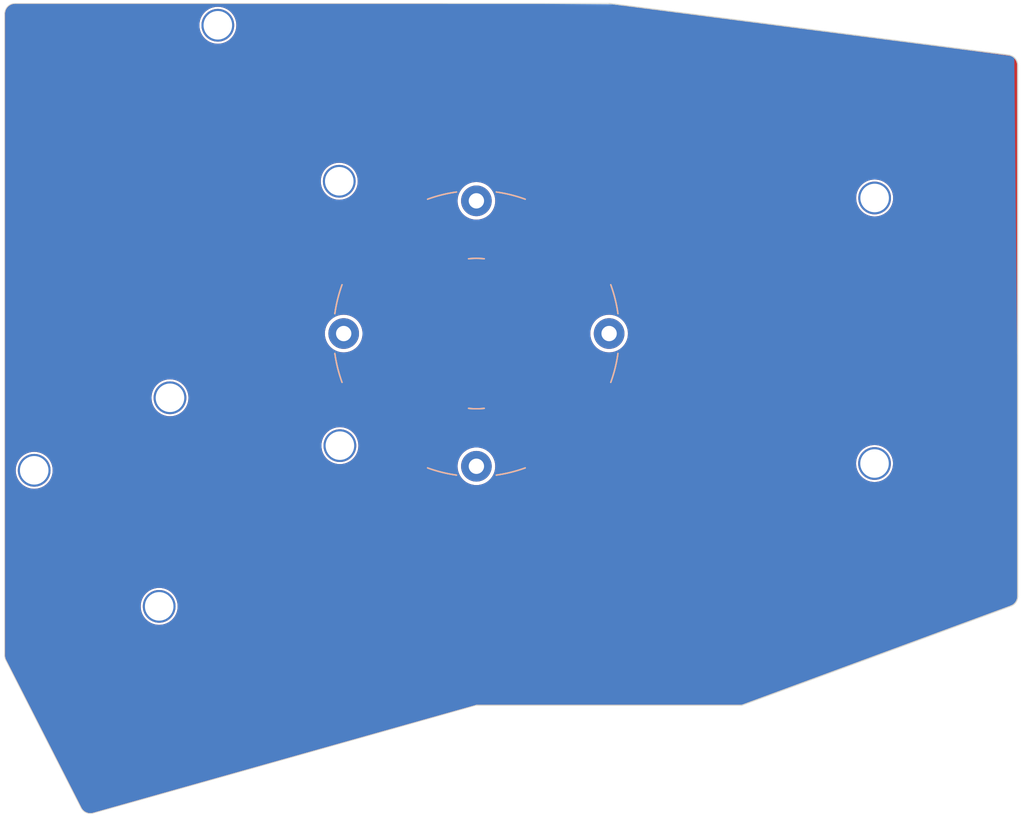
<source format=kicad_pcb>
(kicad_pcb (version 20221018) (generator pcbnew)
  (layers (0 "F.Cu" signal) (31 "B.Cu" signal) (34 "B.Paste" user) (35 "F.Paste" user) (36 "B.SilkS" user "B.Silkscreen") (37 "F.SilkS" user "F.Silkscreen") (38 "B.Mask" user) (39 "F.Mask" user) (44 "Edge.Cuts" user))
  (net 0 "")
  (net 1 "VCC")
  (net 2 "GND")
  (footprint "Sofle_Pico:Hole from sofle for M2 posts gold rimmer" (layer "F.Cu") (at 206.29 61.91)
    (fp_text reference "TH4")
    (fp_text value "HOLE" hide)
    (pad "" thru_hole circle locked (at 0 0 90) (size 4.7 4.7) (drill 4.1) (layers "*.Cu" "*.Mask" "Dwgs.User") (clearance 0.3))
  )
  (footprint "Sofle_Pico:Hole from sofle for M2 posts gold rimmer" (layer "F.Cu") (at 206.275 100.025)
    (fp_text reference "TH6")
    (fp_text value "HOLE" hide)
    (pad "" thru_hole circle locked (at 0 0 90) (size 4.7 4.7) (drill 4.1) (layers "*.Cu" "*.Mask" "Dwgs.User") (clearance 0.3))
  )
  (footprint "Sofle_Pico:Hole from sofle for M2 posts gold rimmer" (layer "F.Cu") (at 129.44 59.51)
    (fp_text reference "TH3")
    (fp_text value "HOLE" hide)
    (pad "" thru_hole circle locked (at 0 0 90) (size 4.7 4.7) (drill 4.1) (layers "*.Cu" "*.Mask" "Dwgs.User") (clearance 0.3))
  )
  (footprint "Sofle_Pico:Hole from sofle for M2 posts gold rimmer" (layer "F.Cu") (at 129.53 97.46)
    (fp_text reference "TH5")
    (fp_text value "HOLE" hide)
    (pad "" thru_hole circle locked (at 0 0 90) (size 4.7 4.7) (drill 4.1) (layers "*.Cu" "*.Mask" "Dwgs.User") (clearance 0.3))
  )
  (footprint "sofle_v3b:Tenting_Puck.kicad_mod_nocenter_v2" (layer "F.Cu") (at 149.125 81.37)
    (fp_text reference "REF**")
    (fp_text value "Tenting Puck")
    (fp_arc (start -20.32 -2.8575) (mid -19.91151 -4.959784) (end -19.286136 -7.008044) (stroke (width 0.2)) (layer "B.SilkS"))
    (fp_arc (start -19.286135 7.008046) (mid -19.91151 4.959785) (end -20.32 2.8575) (stroke (width 0.2)) (layer "B.SilkS"))
    (fp_arc (start -7.008046 -19.286135) (mid -4.959785 -19.91151) (end -2.8575 -20.32) (stroke (width 0.2)) (layer "B.SilkS"))
    (fp_arc (start -2.8575 20.32) (mid -4.959785 19.91151) (end -7.008045 19.286135) (stroke (width 0.2)) (layer "B.SilkS"))
    (fp_arc (start -1.128385 -10.735864) (mid -0.564967 -10.780206) (end 0 -10.795) (stroke (width 0.2)) (layer "B.SilkS"))
    (fp_arc (start 0 -10.795) (mid 0.564967 -10.780206) (end 1.128385 -10.735864) (stroke (width 0.2)) (layer "B.SilkS"))
    (fp_arc (start 0 10.795) (mid -0.564967 10.780206) (end -1.128385 10.735864) (stroke (width 0.2)) (layer "B.SilkS"))
    (fp_arc (start 1.128385 10.735864) (mid 0.564967 10.780206) (end 0 10.795) (stroke (width 0.2)) (layer "B.SilkS"))
    (fp_arc (start 2.8575 -20.32) (mid 4.959787 -19.91151) (end 7.008049 -19.286134) (stroke (width 0.2)) (layer "B.SilkS"))
    (fp_arc (start 7.008045 19.286135) (mid 4.959785 19.91151) (end 2.8575 20.32) (stroke (width 0.2)) (layer "B.SilkS"))
    (fp_arc (start 19.286134 -7.008048) (mid 19.91151 -4.959786) (end 20.32 -2.8575) (stroke (width 0.2)) (layer "B.SilkS"))
    (fp_arc (start 20.32 2.8575) (mid 19.91151 4.959786) (end 19.286134 7.008048) (stroke (width 0.2)) (layer "B.SilkS"))
    (fp_arc (start -20.32 -2.8575) (mid -19.91151 -4.959786) (end -19.286134 -7.008048) (stroke (width 0.2)) (layer "F.SilkS"))
    (fp_arc (start -19.286134 7.008047) (mid -19.91151 4.959786) (end -20.32 2.8575) (stroke (width 0.2)) (layer "F.SilkS"))
    (fp_arc (start -7.008048 -19.286134) (mid -4.959786 -19.91151) (end -2.8575 -20.32) (stroke (width 0.2)) (layer "F.SilkS"))
    (fp_arc (start -2.8575 20.32) (mid -4.959785 19.91151) (end -7.008046 19.286135) (stroke (width 0.2)) (layer "F.SilkS"))
    (fp_arc (start -1.128385 -10.735864) (mid -0.564967 -10.780206) (end 0 -10.795) (stroke (width 0.2)) (layer "F.SilkS"))
    (fp_arc (start 0 -10.795) (mid 0.564967 -10.780206) (end 1.128385 -10.735864) (stroke (width 0.2)) (layer "F.SilkS"))
    (fp_arc (start 0 10.795) (mid -0.564967 10.780206) (end -1.128385 10.735864) (stroke (width 0.2)) (layer "F.SilkS"))
    (fp_arc (start 1.128385 10.735864) (mid 0.564967 10.780206) (end 0 10.795) (stroke (width 0.2)) (layer "F.SilkS"))
    (fp_arc (start 2.8575 -20.32) (mid 4.959786 -19.91151) (end 7.008047 -19.286134) (stroke (width 0.2)) (layer "F.SilkS"))
    (fp_arc (start 7.008047 19.286134) (mid 4.959786 19.91151) (end 2.8575 20.32) (stroke (width 0.2)) (layer "F.SilkS"))
    (fp_arc (start 19.286135 -7.008045) (mid 19.91151 -4.959785) (end 20.32 -2.8575) (stroke (width 0.2)) (layer "F.SilkS"))
    (fp_arc (start 20.32 2.8575) (mid 19.91151 4.959785) (end 19.286135 7.008046) (stroke (width 0.2)) (layer "F.SilkS"))
    (pad "1" thru_hole circle locked (at -19.05 0) (size 4.4 4.4) (drill 2.2) (layers "*.Cu" "*.Mask") (clearance 0.5))
    (pad "1" thru_hole circle locked (at 0 -19.05) (size 4.4 4.4) (drill 2.2) (layers "*.Cu" "*.Mask") (clearance 0.5))
    (pad "1" thru_hole circle locked (at 0 19.05) (size 4.4 4.4) (drill 2.2) (layers "*.Cu" "*.Mask") (clearance 0.5))
    (pad "1" thru_hole circle locked (at 19.05 0) (size 4.4 4.4) (drill 2.2) (layers "*.Cu" "*.Mask") (clearance 0.5))
  )
  (footprint "Sofle_Pico:Hole from sofle for M2 posts gold rimmer" (layer "F.Cu") (at 103.59 120.53)
    (fp_text reference "TH8")
    (fp_text value "HOLE" hide)
    (pad "" thru_hole circle locked (at 0 0 90) (size 4.7 4.7) (drill 4.1) (layers "*.Cu" "*.Mask" "Dwgs.User") (clearance 0.3))
  )
  (footprint "Sofle_Pico:Hole from sofle for M2 posts gold rimmer wide-keyplate-hole" (layer "F.Cu") (at 112.01 37.117432)
    (fp_text reference "TH7")
    (fp_text value "HOLE" hide)
    (pad "" thru_hole circle locked (at 0 0 90) (size 4.7 4.7) (drill 4.1) (layers "*.Cu" "*.Mask" "Dwgs.User") (clearance 0.3))
  )
  (footprint "Sofle_Pico:Hole from sofle for M2 posts gold rimmer wide-keyplate-hole" (layer "F.Cu") (at 105.14 90.59)
    (fp_text reference "TH2")
    (fp_text value "HOLE" hide)
    (pad "" thru_hole circle locked (at 0 0 90) (size 4.7 4.7) (drill 4.1) (layers "*.Cu" "*.Mask" "Dwgs.User") (clearance 0.3))
  )
  (footprint "Sofle_Pico:Hole from sofle for M2 posts gold rimmer wide-keyplate-hole" (layer "F.Cu") (at 85.649033 101)
    (fp_text reference "TH1")
    (fp_text value "HOLE" hide)
    (pad "" thru_hole circle locked (at 0 0 90) (size 4.7 4.7) (drill 4.1) (layers "*.Cu" "*.Mask" "Dwgs.User") (clearance 0.3))
  )
  (gr_arc locked (start 94.110118 150.22043) (mid 93.107754 150.145541) (end 92.377724 149.454601) (stroke (width 0.1)) (layer "Edge.Cuts"))
  (gr_line locked (start 226.824843 42.874865) (end 226.824843 119.074865) (stroke (width 0.15)) (layer "Edge.Cuts"))
  (gr_line locked (start 94.110118 150.22043) (end 149.124843 134.724865) (stroke (width 0.1)) (layer "Edge.Cuts"))
  (gr_line locked (start 81.403244 35.475249) (end 81.403244 127.53) (stroke (width 0.1)) (layer "Edge.Cuts"))
  (gr_arc locked (start 81.403244 35.475249) (mid 81.842712 34.414333) (end 82.903628 33.974865) (stroke (width 0.1)) (layer "Edge.Cuts"))
  (gr_arc locked (start 225.488686 41.373864) (mid 226.44242 41.870098) (end 226.824843 42.874865) (stroke (width 0.15)) (layer "Edge.Cuts"))
  (gr_line locked (start 187.224843 134.724865) (end 225.919106 120.452127) (stroke (width 0.15)) (layer "Edge.Cuts"))
  (gr_line locked (start 149.124843 134.724865) (end 187.224843 134.724865) (stroke (width 0.15)) (layer "Edge.Cuts"))
  (gr_line locked (start 168.174843 33.974865) (end 225.488686 41.373864) (stroke (width 0.15)) (layer "Edge.Cuts"))
  (gr_arc locked (start 226.824843 119.074865) (mid 226.578156 119.899093) (end 225.919106 120.452127) (stroke (width 0.15)) (layer "Edge.Cuts"))
  (gr_line locked (start 81.566732 128.237683) (end 92.377724 149.454601) (stroke (width 0.1)) (layer "Edge.Cuts"))
  (gr_line locked (start 168.174843 33.974865) (end 82.903628 33.974865) (stroke (width 0.1)) (layer "Edge.Cuts"))
  (gr_arc locked (start 81.566732 128.237683) (mid 81.441566 127.893873) (end 81.403244 127.53) (stroke (width 0.1)) (layer "Edge.Cuts"))
  (zone (net 2) (net_name "GND") (layer "F.Cu") (connect_pads (clearance 0.5)) (min_thickness 0.35) (fill yes (thermal_gap 0.5) (thermal_bridge_width 0.5) (smoothing chamfer) (island_removal_mode 2) (island_area_min 10))
    (polygon (pts (xy 80.88 128) (xy 92.87 151.39) (xy 95.97 150.21) (xy 149.31 135.17) (xy 187.31 134.96) (xy 226.95 120.11) (xy 227.74 41.65) (xy 171.7 34.3) (xy 80.83 33.49) (xy 80.92 120.75)))
  )
  (zone (net 1) (net_name "VCC") (layer "B.Cu") (connect_pads (clearance 0.5)) (min_thickness 0.4) (fill yes (thermal_gap 0.5) (thermal_bridge_width 0.5) (island_removal_mode 2) (island_area_min 10))
    (polygon (pts (xy 81 128.18) (xy 92.77 151.19) (xy 149.31 135.19) (xy 187.25 135.19) (xy 227.08 120.3) (xy 226.33 41.61) (xy 170.99 34.13) (xy 80.74 33.55) (xy 80.92 120.41)))
  )
)
</source>
